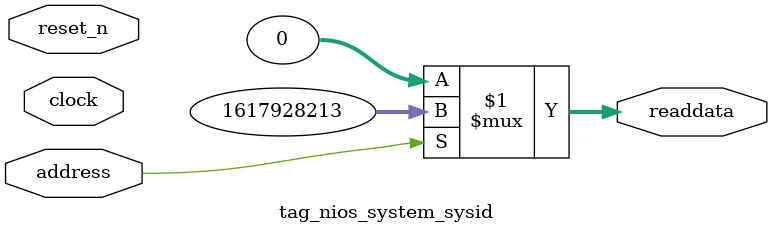
<source format=v>

`timescale 1ns / 1ps
// synthesis translate_on

// turn off superfluous verilog processor warnings 
// altera message_level Level1 
// altera message_off 10034 10035 10036 10037 10230 10240 10030 

module tag_nios_system_sysid (
               // inputs:
                address,
                clock,
                reset_n,

               // outputs:
                readdata
             )
;

  output  [ 31: 0] readdata;
  input            address;
  input            clock;
  input            reset_n;

  wire    [ 31: 0] readdata;
  //control_slave, which is an e_avalon_slave
  assign readdata = address ? 1617928213 : 0;

endmodule




</source>
